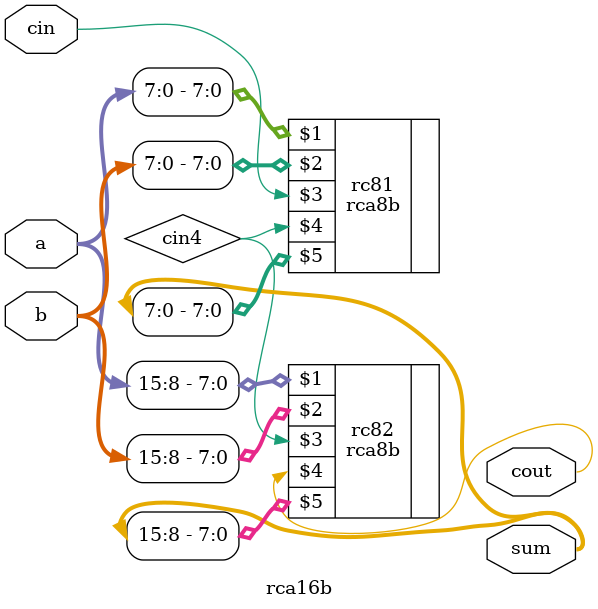
<source format=v>
`include "rca8bit.v"

module rca16b(
               a,
               b,
               cin,
               cout,
               sum
               );
input [15:0]a, b;
input cin;
output [15:0]sum;
output cout;
wire cin4;

  rca8b   rc81(a[7:0], b[7:0], cin, cin4, sum[7:0]);
  rca8b   rc82(a[15:8], b[15:8], cin4, cout, sum[15:8]);

endmodule
</source>
